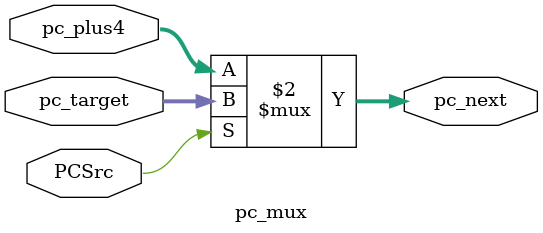
<source format=v>
module pc_mux(pc_target , pc_plus4 , pc_next , PCSrc);
    input [31:0] pc_target , pc_plus4;
    input PCSrc;

    output [31:0] pc_next;

    assign pc_next = (PCSrc == 1'b0) ? pc_plus4 : pc_target;
endmodule
</source>
